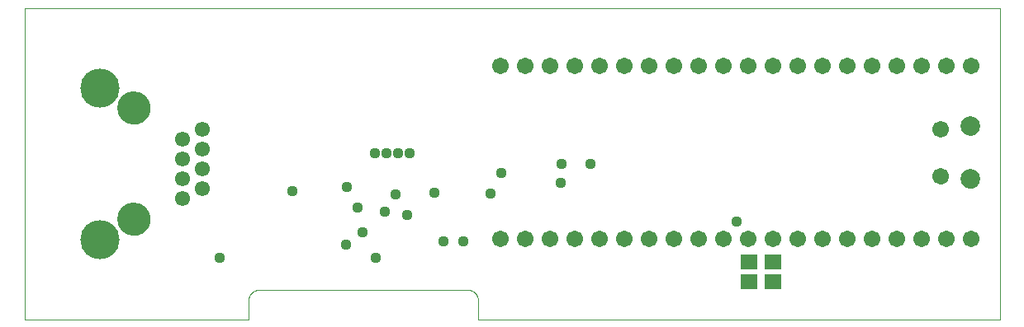
<source format=gbs>
G75*
%MOIN*%
%OFA0B0*%
%FSLAX25Y25*%
%IPPOS*%
%LPD*%
%AMOC8*
5,1,8,0,0,1.08239X$1,22.5*
%
%ADD10C,0.00000*%
%ADD11C,0.13398*%
%ADD12C,0.06737*%
%ADD13C,0.07887*%
%ADD14C,0.06706*%
%ADD15R,0.07099X0.05918*%
%ADD16R,0.04762X0.04762*%
%ADD17C,0.06115*%
%ADD18C,0.15800*%
%ADD19C,0.04369*%
D10*
X0001000Y0002063D02*
X0001000Y0128047D01*
X0394701Y0128047D01*
X0394701Y0002063D01*
X0184071Y0002063D01*
X0184071Y0009937D01*
X0184069Y0010061D01*
X0184063Y0010184D01*
X0184054Y0010308D01*
X0184040Y0010430D01*
X0184023Y0010553D01*
X0184001Y0010675D01*
X0183976Y0010796D01*
X0183947Y0010916D01*
X0183915Y0011035D01*
X0183878Y0011154D01*
X0183838Y0011271D01*
X0183795Y0011386D01*
X0183747Y0011501D01*
X0183696Y0011613D01*
X0183642Y0011724D01*
X0183584Y0011834D01*
X0183523Y0011941D01*
X0183458Y0012047D01*
X0183390Y0012150D01*
X0183319Y0012251D01*
X0183245Y0012350D01*
X0183168Y0012447D01*
X0183087Y0012541D01*
X0183004Y0012632D01*
X0182918Y0012721D01*
X0182829Y0012807D01*
X0182738Y0012890D01*
X0182644Y0012971D01*
X0182547Y0013048D01*
X0182448Y0013122D01*
X0182347Y0013193D01*
X0182244Y0013261D01*
X0182138Y0013326D01*
X0182031Y0013387D01*
X0181921Y0013445D01*
X0181810Y0013499D01*
X0181698Y0013550D01*
X0181583Y0013598D01*
X0181468Y0013641D01*
X0181351Y0013681D01*
X0181232Y0013718D01*
X0181113Y0013750D01*
X0180993Y0013779D01*
X0180872Y0013804D01*
X0180750Y0013826D01*
X0180627Y0013843D01*
X0180505Y0013857D01*
X0180381Y0013866D01*
X0180258Y0013872D01*
X0180134Y0013874D01*
X0095488Y0013874D01*
X0095364Y0013872D01*
X0095241Y0013866D01*
X0095117Y0013857D01*
X0094995Y0013843D01*
X0094872Y0013826D01*
X0094750Y0013804D01*
X0094629Y0013779D01*
X0094509Y0013750D01*
X0094390Y0013718D01*
X0094271Y0013681D01*
X0094154Y0013641D01*
X0094039Y0013598D01*
X0093924Y0013550D01*
X0093812Y0013499D01*
X0093701Y0013445D01*
X0093591Y0013387D01*
X0093484Y0013326D01*
X0093378Y0013261D01*
X0093275Y0013193D01*
X0093174Y0013122D01*
X0093075Y0013048D01*
X0092978Y0012971D01*
X0092884Y0012890D01*
X0092793Y0012807D01*
X0092704Y0012721D01*
X0092618Y0012632D01*
X0092535Y0012541D01*
X0092454Y0012447D01*
X0092377Y0012350D01*
X0092303Y0012251D01*
X0092232Y0012150D01*
X0092164Y0012047D01*
X0092099Y0011941D01*
X0092038Y0011834D01*
X0091980Y0011724D01*
X0091926Y0011613D01*
X0091875Y0011501D01*
X0091827Y0011386D01*
X0091784Y0011271D01*
X0091744Y0011154D01*
X0091707Y0011035D01*
X0091675Y0010916D01*
X0091646Y0010796D01*
X0091621Y0010675D01*
X0091599Y0010553D01*
X0091582Y0010430D01*
X0091568Y0010308D01*
X0091559Y0010184D01*
X0091553Y0010061D01*
X0091551Y0009937D01*
X0091551Y0002063D01*
X0001000Y0002063D01*
X0038934Y0042512D02*
X0038936Y0042670D01*
X0038942Y0042828D01*
X0038952Y0042986D01*
X0038966Y0043144D01*
X0038984Y0043301D01*
X0039005Y0043458D01*
X0039031Y0043614D01*
X0039061Y0043770D01*
X0039094Y0043925D01*
X0039132Y0044078D01*
X0039173Y0044231D01*
X0039218Y0044383D01*
X0039267Y0044534D01*
X0039320Y0044683D01*
X0039376Y0044831D01*
X0039436Y0044977D01*
X0039500Y0045122D01*
X0039568Y0045265D01*
X0039639Y0045407D01*
X0039713Y0045547D01*
X0039791Y0045684D01*
X0039873Y0045820D01*
X0039957Y0045954D01*
X0040046Y0046085D01*
X0040137Y0046214D01*
X0040232Y0046341D01*
X0040329Y0046466D01*
X0040430Y0046588D01*
X0040534Y0046707D01*
X0040641Y0046824D01*
X0040751Y0046938D01*
X0040864Y0047049D01*
X0040979Y0047158D01*
X0041097Y0047263D01*
X0041218Y0047365D01*
X0041341Y0047465D01*
X0041467Y0047561D01*
X0041595Y0047654D01*
X0041725Y0047744D01*
X0041858Y0047830D01*
X0041993Y0047914D01*
X0042129Y0047993D01*
X0042268Y0048070D01*
X0042409Y0048142D01*
X0042551Y0048212D01*
X0042695Y0048277D01*
X0042841Y0048339D01*
X0042988Y0048397D01*
X0043137Y0048452D01*
X0043287Y0048503D01*
X0043438Y0048550D01*
X0043590Y0048593D01*
X0043743Y0048632D01*
X0043898Y0048668D01*
X0044053Y0048699D01*
X0044209Y0048727D01*
X0044365Y0048751D01*
X0044522Y0048771D01*
X0044680Y0048787D01*
X0044837Y0048799D01*
X0044996Y0048807D01*
X0045154Y0048811D01*
X0045312Y0048811D01*
X0045470Y0048807D01*
X0045629Y0048799D01*
X0045786Y0048787D01*
X0045944Y0048771D01*
X0046101Y0048751D01*
X0046257Y0048727D01*
X0046413Y0048699D01*
X0046568Y0048668D01*
X0046723Y0048632D01*
X0046876Y0048593D01*
X0047028Y0048550D01*
X0047179Y0048503D01*
X0047329Y0048452D01*
X0047478Y0048397D01*
X0047625Y0048339D01*
X0047771Y0048277D01*
X0047915Y0048212D01*
X0048057Y0048142D01*
X0048198Y0048070D01*
X0048337Y0047993D01*
X0048473Y0047914D01*
X0048608Y0047830D01*
X0048741Y0047744D01*
X0048871Y0047654D01*
X0048999Y0047561D01*
X0049125Y0047465D01*
X0049248Y0047365D01*
X0049369Y0047263D01*
X0049487Y0047158D01*
X0049602Y0047049D01*
X0049715Y0046938D01*
X0049825Y0046824D01*
X0049932Y0046707D01*
X0050036Y0046588D01*
X0050137Y0046466D01*
X0050234Y0046341D01*
X0050329Y0046214D01*
X0050420Y0046085D01*
X0050509Y0045954D01*
X0050593Y0045820D01*
X0050675Y0045684D01*
X0050753Y0045547D01*
X0050827Y0045407D01*
X0050898Y0045265D01*
X0050966Y0045122D01*
X0051030Y0044977D01*
X0051090Y0044831D01*
X0051146Y0044683D01*
X0051199Y0044534D01*
X0051248Y0044383D01*
X0051293Y0044231D01*
X0051334Y0044078D01*
X0051372Y0043925D01*
X0051405Y0043770D01*
X0051435Y0043614D01*
X0051461Y0043458D01*
X0051482Y0043301D01*
X0051500Y0043144D01*
X0051514Y0042986D01*
X0051524Y0042828D01*
X0051530Y0042670D01*
X0051532Y0042512D01*
X0051530Y0042354D01*
X0051524Y0042196D01*
X0051514Y0042038D01*
X0051500Y0041880D01*
X0051482Y0041723D01*
X0051461Y0041566D01*
X0051435Y0041410D01*
X0051405Y0041254D01*
X0051372Y0041099D01*
X0051334Y0040946D01*
X0051293Y0040793D01*
X0051248Y0040641D01*
X0051199Y0040490D01*
X0051146Y0040341D01*
X0051090Y0040193D01*
X0051030Y0040047D01*
X0050966Y0039902D01*
X0050898Y0039759D01*
X0050827Y0039617D01*
X0050753Y0039477D01*
X0050675Y0039340D01*
X0050593Y0039204D01*
X0050509Y0039070D01*
X0050420Y0038939D01*
X0050329Y0038810D01*
X0050234Y0038683D01*
X0050137Y0038558D01*
X0050036Y0038436D01*
X0049932Y0038317D01*
X0049825Y0038200D01*
X0049715Y0038086D01*
X0049602Y0037975D01*
X0049487Y0037866D01*
X0049369Y0037761D01*
X0049248Y0037659D01*
X0049125Y0037559D01*
X0048999Y0037463D01*
X0048871Y0037370D01*
X0048741Y0037280D01*
X0048608Y0037194D01*
X0048473Y0037110D01*
X0048337Y0037031D01*
X0048198Y0036954D01*
X0048057Y0036882D01*
X0047915Y0036812D01*
X0047771Y0036747D01*
X0047625Y0036685D01*
X0047478Y0036627D01*
X0047329Y0036572D01*
X0047179Y0036521D01*
X0047028Y0036474D01*
X0046876Y0036431D01*
X0046723Y0036392D01*
X0046568Y0036356D01*
X0046413Y0036325D01*
X0046257Y0036297D01*
X0046101Y0036273D01*
X0045944Y0036253D01*
X0045786Y0036237D01*
X0045629Y0036225D01*
X0045470Y0036217D01*
X0045312Y0036213D01*
X0045154Y0036213D01*
X0044996Y0036217D01*
X0044837Y0036225D01*
X0044680Y0036237D01*
X0044522Y0036253D01*
X0044365Y0036273D01*
X0044209Y0036297D01*
X0044053Y0036325D01*
X0043898Y0036356D01*
X0043743Y0036392D01*
X0043590Y0036431D01*
X0043438Y0036474D01*
X0043287Y0036521D01*
X0043137Y0036572D01*
X0042988Y0036627D01*
X0042841Y0036685D01*
X0042695Y0036747D01*
X0042551Y0036812D01*
X0042409Y0036882D01*
X0042268Y0036954D01*
X0042129Y0037031D01*
X0041993Y0037110D01*
X0041858Y0037194D01*
X0041725Y0037280D01*
X0041595Y0037370D01*
X0041467Y0037463D01*
X0041341Y0037559D01*
X0041218Y0037659D01*
X0041097Y0037761D01*
X0040979Y0037866D01*
X0040864Y0037975D01*
X0040751Y0038086D01*
X0040641Y0038200D01*
X0040534Y0038317D01*
X0040430Y0038436D01*
X0040329Y0038558D01*
X0040232Y0038683D01*
X0040137Y0038810D01*
X0040046Y0038939D01*
X0039957Y0039070D01*
X0039873Y0039204D01*
X0039791Y0039340D01*
X0039713Y0039477D01*
X0039639Y0039617D01*
X0039568Y0039759D01*
X0039500Y0039902D01*
X0039436Y0040047D01*
X0039376Y0040193D01*
X0039320Y0040341D01*
X0039267Y0040490D01*
X0039218Y0040641D01*
X0039173Y0040793D01*
X0039132Y0040946D01*
X0039094Y0041099D01*
X0039061Y0041254D01*
X0039031Y0041410D01*
X0039005Y0041566D01*
X0038984Y0041723D01*
X0038966Y0041880D01*
X0038952Y0042038D01*
X0038942Y0042196D01*
X0038936Y0042354D01*
X0038934Y0042512D01*
X0038934Y0087512D02*
X0038936Y0087670D01*
X0038942Y0087828D01*
X0038952Y0087986D01*
X0038966Y0088144D01*
X0038984Y0088301D01*
X0039005Y0088458D01*
X0039031Y0088614D01*
X0039061Y0088770D01*
X0039094Y0088925D01*
X0039132Y0089078D01*
X0039173Y0089231D01*
X0039218Y0089383D01*
X0039267Y0089534D01*
X0039320Y0089683D01*
X0039376Y0089831D01*
X0039436Y0089977D01*
X0039500Y0090122D01*
X0039568Y0090265D01*
X0039639Y0090407D01*
X0039713Y0090547D01*
X0039791Y0090684D01*
X0039873Y0090820D01*
X0039957Y0090954D01*
X0040046Y0091085D01*
X0040137Y0091214D01*
X0040232Y0091341D01*
X0040329Y0091466D01*
X0040430Y0091588D01*
X0040534Y0091707D01*
X0040641Y0091824D01*
X0040751Y0091938D01*
X0040864Y0092049D01*
X0040979Y0092158D01*
X0041097Y0092263D01*
X0041218Y0092365D01*
X0041341Y0092465D01*
X0041467Y0092561D01*
X0041595Y0092654D01*
X0041725Y0092744D01*
X0041858Y0092830D01*
X0041993Y0092914D01*
X0042129Y0092993D01*
X0042268Y0093070D01*
X0042409Y0093142D01*
X0042551Y0093212D01*
X0042695Y0093277D01*
X0042841Y0093339D01*
X0042988Y0093397D01*
X0043137Y0093452D01*
X0043287Y0093503D01*
X0043438Y0093550D01*
X0043590Y0093593D01*
X0043743Y0093632D01*
X0043898Y0093668D01*
X0044053Y0093699D01*
X0044209Y0093727D01*
X0044365Y0093751D01*
X0044522Y0093771D01*
X0044680Y0093787D01*
X0044837Y0093799D01*
X0044996Y0093807D01*
X0045154Y0093811D01*
X0045312Y0093811D01*
X0045470Y0093807D01*
X0045629Y0093799D01*
X0045786Y0093787D01*
X0045944Y0093771D01*
X0046101Y0093751D01*
X0046257Y0093727D01*
X0046413Y0093699D01*
X0046568Y0093668D01*
X0046723Y0093632D01*
X0046876Y0093593D01*
X0047028Y0093550D01*
X0047179Y0093503D01*
X0047329Y0093452D01*
X0047478Y0093397D01*
X0047625Y0093339D01*
X0047771Y0093277D01*
X0047915Y0093212D01*
X0048057Y0093142D01*
X0048198Y0093070D01*
X0048337Y0092993D01*
X0048473Y0092914D01*
X0048608Y0092830D01*
X0048741Y0092744D01*
X0048871Y0092654D01*
X0048999Y0092561D01*
X0049125Y0092465D01*
X0049248Y0092365D01*
X0049369Y0092263D01*
X0049487Y0092158D01*
X0049602Y0092049D01*
X0049715Y0091938D01*
X0049825Y0091824D01*
X0049932Y0091707D01*
X0050036Y0091588D01*
X0050137Y0091466D01*
X0050234Y0091341D01*
X0050329Y0091214D01*
X0050420Y0091085D01*
X0050509Y0090954D01*
X0050593Y0090820D01*
X0050675Y0090684D01*
X0050753Y0090547D01*
X0050827Y0090407D01*
X0050898Y0090265D01*
X0050966Y0090122D01*
X0051030Y0089977D01*
X0051090Y0089831D01*
X0051146Y0089683D01*
X0051199Y0089534D01*
X0051248Y0089383D01*
X0051293Y0089231D01*
X0051334Y0089078D01*
X0051372Y0088925D01*
X0051405Y0088770D01*
X0051435Y0088614D01*
X0051461Y0088458D01*
X0051482Y0088301D01*
X0051500Y0088144D01*
X0051514Y0087986D01*
X0051524Y0087828D01*
X0051530Y0087670D01*
X0051532Y0087512D01*
X0051530Y0087354D01*
X0051524Y0087196D01*
X0051514Y0087038D01*
X0051500Y0086880D01*
X0051482Y0086723D01*
X0051461Y0086566D01*
X0051435Y0086410D01*
X0051405Y0086254D01*
X0051372Y0086099D01*
X0051334Y0085946D01*
X0051293Y0085793D01*
X0051248Y0085641D01*
X0051199Y0085490D01*
X0051146Y0085341D01*
X0051090Y0085193D01*
X0051030Y0085047D01*
X0050966Y0084902D01*
X0050898Y0084759D01*
X0050827Y0084617D01*
X0050753Y0084477D01*
X0050675Y0084340D01*
X0050593Y0084204D01*
X0050509Y0084070D01*
X0050420Y0083939D01*
X0050329Y0083810D01*
X0050234Y0083683D01*
X0050137Y0083558D01*
X0050036Y0083436D01*
X0049932Y0083317D01*
X0049825Y0083200D01*
X0049715Y0083086D01*
X0049602Y0082975D01*
X0049487Y0082866D01*
X0049369Y0082761D01*
X0049248Y0082659D01*
X0049125Y0082559D01*
X0048999Y0082463D01*
X0048871Y0082370D01*
X0048741Y0082280D01*
X0048608Y0082194D01*
X0048473Y0082110D01*
X0048337Y0082031D01*
X0048198Y0081954D01*
X0048057Y0081882D01*
X0047915Y0081812D01*
X0047771Y0081747D01*
X0047625Y0081685D01*
X0047478Y0081627D01*
X0047329Y0081572D01*
X0047179Y0081521D01*
X0047028Y0081474D01*
X0046876Y0081431D01*
X0046723Y0081392D01*
X0046568Y0081356D01*
X0046413Y0081325D01*
X0046257Y0081297D01*
X0046101Y0081273D01*
X0045944Y0081253D01*
X0045786Y0081237D01*
X0045629Y0081225D01*
X0045470Y0081217D01*
X0045312Y0081213D01*
X0045154Y0081213D01*
X0044996Y0081217D01*
X0044837Y0081225D01*
X0044680Y0081237D01*
X0044522Y0081253D01*
X0044365Y0081273D01*
X0044209Y0081297D01*
X0044053Y0081325D01*
X0043898Y0081356D01*
X0043743Y0081392D01*
X0043590Y0081431D01*
X0043438Y0081474D01*
X0043287Y0081521D01*
X0043137Y0081572D01*
X0042988Y0081627D01*
X0042841Y0081685D01*
X0042695Y0081747D01*
X0042551Y0081812D01*
X0042409Y0081882D01*
X0042268Y0081954D01*
X0042129Y0082031D01*
X0041993Y0082110D01*
X0041858Y0082194D01*
X0041725Y0082280D01*
X0041595Y0082370D01*
X0041467Y0082463D01*
X0041341Y0082559D01*
X0041218Y0082659D01*
X0041097Y0082761D01*
X0040979Y0082866D01*
X0040864Y0082975D01*
X0040751Y0083086D01*
X0040641Y0083200D01*
X0040534Y0083317D01*
X0040430Y0083436D01*
X0040329Y0083558D01*
X0040232Y0083683D01*
X0040137Y0083810D01*
X0040046Y0083939D01*
X0039957Y0084070D01*
X0039873Y0084204D01*
X0039791Y0084340D01*
X0039713Y0084477D01*
X0039639Y0084617D01*
X0039568Y0084759D01*
X0039500Y0084902D01*
X0039436Y0085047D01*
X0039376Y0085193D01*
X0039320Y0085341D01*
X0039267Y0085490D01*
X0039218Y0085641D01*
X0039173Y0085793D01*
X0039132Y0085946D01*
X0039094Y0086099D01*
X0039061Y0086254D01*
X0039031Y0086410D01*
X0039005Y0086566D01*
X0038984Y0086723D01*
X0038966Y0086880D01*
X0038952Y0087038D01*
X0038942Y0087196D01*
X0038936Y0087354D01*
X0038934Y0087512D01*
X0367890Y0079051D02*
X0367892Y0079159D01*
X0367898Y0079268D01*
X0367908Y0079376D01*
X0367922Y0079483D01*
X0367940Y0079590D01*
X0367961Y0079697D01*
X0367987Y0079802D01*
X0368017Y0079907D01*
X0368050Y0080010D01*
X0368087Y0080112D01*
X0368128Y0080212D01*
X0368172Y0080311D01*
X0368221Y0080409D01*
X0368272Y0080504D01*
X0368327Y0080597D01*
X0368386Y0080689D01*
X0368448Y0080778D01*
X0368513Y0080865D01*
X0368581Y0080949D01*
X0368652Y0081031D01*
X0368726Y0081110D01*
X0368803Y0081186D01*
X0368883Y0081260D01*
X0368966Y0081330D01*
X0369051Y0081398D01*
X0369138Y0081462D01*
X0369228Y0081523D01*
X0369320Y0081581D01*
X0369414Y0081635D01*
X0369510Y0081686D01*
X0369607Y0081733D01*
X0369707Y0081777D01*
X0369808Y0081817D01*
X0369910Y0081853D01*
X0370013Y0081885D01*
X0370118Y0081914D01*
X0370224Y0081938D01*
X0370330Y0081959D01*
X0370437Y0081976D01*
X0370545Y0081989D01*
X0370653Y0081998D01*
X0370762Y0082003D01*
X0370870Y0082004D01*
X0370979Y0082001D01*
X0371087Y0081994D01*
X0371195Y0081983D01*
X0371302Y0081968D01*
X0371409Y0081949D01*
X0371515Y0081926D01*
X0371620Y0081900D01*
X0371725Y0081869D01*
X0371827Y0081835D01*
X0371929Y0081797D01*
X0372029Y0081755D01*
X0372128Y0081710D01*
X0372225Y0081661D01*
X0372319Y0081608D01*
X0372412Y0081552D01*
X0372503Y0081493D01*
X0372592Y0081430D01*
X0372678Y0081365D01*
X0372762Y0081296D01*
X0372843Y0081224D01*
X0372921Y0081149D01*
X0372997Y0081071D01*
X0373070Y0080990D01*
X0373140Y0080907D01*
X0373206Y0080822D01*
X0373270Y0080734D01*
X0373330Y0080643D01*
X0373387Y0080551D01*
X0373440Y0080456D01*
X0373490Y0080360D01*
X0373536Y0080262D01*
X0373579Y0080162D01*
X0373618Y0080061D01*
X0373653Y0079958D01*
X0373685Y0079855D01*
X0373712Y0079750D01*
X0373736Y0079644D01*
X0373756Y0079537D01*
X0373772Y0079430D01*
X0373784Y0079322D01*
X0373792Y0079214D01*
X0373796Y0079105D01*
X0373796Y0078997D01*
X0373792Y0078888D01*
X0373784Y0078780D01*
X0373772Y0078672D01*
X0373756Y0078565D01*
X0373736Y0078458D01*
X0373712Y0078352D01*
X0373685Y0078247D01*
X0373653Y0078144D01*
X0373618Y0078041D01*
X0373579Y0077940D01*
X0373536Y0077840D01*
X0373490Y0077742D01*
X0373440Y0077646D01*
X0373387Y0077551D01*
X0373330Y0077459D01*
X0373270Y0077368D01*
X0373206Y0077280D01*
X0373140Y0077195D01*
X0373070Y0077112D01*
X0372997Y0077031D01*
X0372921Y0076953D01*
X0372843Y0076878D01*
X0372762Y0076806D01*
X0372678Y0076737D01*
X0372592Y0076672D01*
X0372503Y0076609D01*
X0372412Y0076550D01*
X0372320Y0076494D01*
X0372225Y0076441D01*
X0372128Y0076392D01*
X0372029Y0076347D01*
X0371929Y0076305D01*
X0371827Y0076267D01*
X0371725Y0076233D01*
X0371620Y0076202D01*
X0371515Y0076176D01*
X0371409Y0076153D01*
X0371302Y0076134D01*
X0371195Y0076119D01*
X0371087Y0076108D01*
X0370979Y0076101D01*
X0370870Y0076098D01*
X0370762Y0076099D01*
X0370653Y0076104D01*
X0370545Y0076113D01*
X0370437Y0076126D01*
X0370330Y0076143D01*
X0370224Y0076164D01*
X0370118Y0076188D01*
X0370013Y0076217D01*
X0369910Y0076249D01*
X0369808Y0076285D01*
X0369707Y0076325D01*
X0369607Y0076369D01*
X0369510Y0076416D01*
X0369414Y0076467D01*
X0369320Y0076521D01*
X0369228Y0076579D01*
X0369138Y0076640D01*
X0369051Y0076704D01*
X0368966Y0076772D01*
X0368883Y0076842D01*
X0368803Y0076916D01*
X0368726Y0076992D01*
X0368652Y0077071D01*
X0368581Y0077153D01*
X0368513Y0077237D01*
X0368448Y0077324D01*
X0368386Y0077413D01*
X0368327Y0077505D01*
X0368272Y0077598D01*
X0368221Y0077693D01*
X0368172Y0077791D01*
X0368128Y0077890D01*
X0368087Y0077990D01*
X0368050Y0078092D01*
X0368017Y0078195D01*
X0367987Y0078300D01*
X0367961Y0078405D01*
X0367940Y0078512D01*
X0367922Y0078619D01*
X0367908Y0078726D01*
X0367898Y0078834D01*
X0367892Y0078943D01*
X0367890Y0079051D01*
X0379229Y0080232D02*
X0379231Y0080350D01*
X0379237Y0080469D01*
X0379247Y0080587D01*
X0379261Y0080704D01*
X0379278Y0080821D01*
X0379300Y0080938D01*
X0379326Y0081053D01*
X0379355Y0081168D01*
X0379388Y0081282D01*
X0379425Y0081394D01*
X0379466Y0081505D01*
X0379510Y0081615D01*
X0379558Y0081723D01*
X0379610Y0081830D01*
X0379665Y0081935D01*
X0379724Y0082038D01*
X0379786Y0082138D01*
X0379851Y0082237D01*
X0379920Y0082334D01*
X0379991Y0082428D01*
X0380066Y0082519D01*
X0380144Y0082609D01*
X0380225Y0082695D01*
X0380309Y0082779D01*
X0380395Y0082860D01*
X0380485Y0082938D01*
X0380576Y0083013D01*
X0380670Y0083084D01*
X0380767Y0083153D01*
X0380866Y0083218D01*
X0380966Y0083280D01*
X0381069Y0083339D01*
X0381174Y0083394D01*
X0381281Y0083446D01*
X0381389Y0083494D01*
X0381499Y0083538D01*
X0381610Y0083579D01*
X0381722Y0083616D01*
X0381836Y0083649D01*
X0381951Y0083678D01*
X0382066Y0083704D01*
X0382183Y0083726D01*
X0382300Y0083743D01*
X0382417Y0083757D01*
X0382535Y0083767D01*
X0382654Y0083773D01*
X0382772Y0083775D01*
X0382890Y0083773D01*
X0383009Y0083767D01*
X0383127Y0083757D01*
X0383244Y0083743D01*
X0383361Y0083726D01*
X0383478Y0083704D01*
X0383593Y0083678D01*
X0383708Y0083649D01*
X0383822Y0083616D01*
X0383934Y0083579D01*
X0384045Y0083538D01*
X0384155Y0083494D01*
X0384263Y0083446D01*
X0384370Y0083394D01*
X0384475Y0083339D01*
X0384578Y0083280D01*
X0384678Y0083218D01*
X0384777Y0083153D01*
X0384874Y0083084D01*
X0384968Y0083013D01*
X0385059Y0082938D01*
X0385149Y0082860D01*
X0385235Y0082779D01*
X0385319Y0082695D01*
X0385400Y0082609D01*
X0385478Y0082519D01*
X0385553Y0082428D01*
X0385624Y0082334D01*
X0385693Y0082237D01*
X0385758Y0082138D01*
X0385820Y0082038D01*
X0385879Y0081935D01*
X0385934Y0081830D01*
X0385986Y0081723D01*
X0386034Y0081615D01*
X0386078Y0081505D01*
X0386119Y0081394D01*
X0386156Y0081282D01*
X0386189Y0081168D01*
X0386218Y0081053D01*
X0386244Y0080938D01*
X0386266Y0080821D01*
X0386283Y0080704D01*
X0386297Y0080587D01*
X0386307Y0080469D01*
X0386313Y0080350D01*
X0386315Y0080232D01*
X0386313Y0080114D01*
X0386307Y0079995D01*
X0386297Y0079877D01*
X0386283Y0079760D01*
X0386266Y0079643D01*
X0386244Y0079526D01*
X0386218Y0079411D01*
X0386189Y0079296D01*
X0386156Y0079182D01*
X0386119Y0079070D01*
X0386078Y0078959D01*
X0386034Y0078849D01*
X0385986Y0078741D01*
X0385934Y0078634D01*
X0385879Y0078529D01*
X0385820Y0078426D01*
X0385758Y0078326D01*
X0385693Y0078227D01*
X0385624Y0078130D01*
X0385553Y0078036D01*
X0385478Y0077945D01*
X0385400Y0077855D01*
X0385319Y0077769D01*
X0385235Y0077685D01*
X0385149Y0077604D01*
X0385059Y0077526D01*
X0384968Y0077451D01*
X0384874Y0077380D01*
X0384777Y0077311D01*
X0384678Y0077246D01*
X0384578Y0077184D01*
X0384475Y0077125D01*
X0384370Y0077070D01*
X0384263Y0077018D01*
X0384155Y0076970D01*
X0384045Y0076926D01*
X0383934Y0076885D01*
X0383822Y0076848D01*
X0383708Y0076815D01*
X0383593Y0076786D01*
X0383478Y0076760D01*
X0383361Y0076738D01*
X0383244Y0076721D01*
X0383127Y0076707D01*
X0383009Y0076697D01*
X0382890Y0076691D01*
X0382772Y0076689D01*
X0382654Y0076691D01*
X0382535Y0076697D01*
X0382417Y0076707D01*
X0382300Y0076721D01*
X0382183Y0076738D01*
X0382066Y0076760D01*
X0381951Y0076786D01*
X0381836Y0076815D01*
X0381722Y0076848D01*
X0381610Y0076885D01*
X0381499Y0076926D01*
X0381389Y0076970D01*
X0381281Y0077018D01*
X0381174Y0077070D01*
X0381069Y0077125D01*
X0380966Y0077184D01*
X0380866Y0077246D01*
X0380767Y0077311D01*
X0380670Y0077380D01*
X0380576Y0077451D01*
X0380485Y0077526D01*
X0380395Y0077604D01*
X0380309Y0077685D01*
X0380225Y0077769D01*
X0380144Y0077855D01*
X0380066Y0077945D01*
X0379991Y0078036D01*
X0379920Y0078130D01*
X0379851Y0078227D01*
X0379786Y0078326D01*
X0379724Y0078426D01*
X0379665Y0078529D01*
X0379610Y0078634D01*
X0379558Y0078741D01*
X0379510Y0078849D01*
X0379466Y0078959D01*
X0379425Y0079070D01*
X0379388Y0079182D01*
X0379355Y0079296D01*
X0379326Y0079411D01*
X0379300Y0079526D01*
X0379278Y0079643D01*
X0379261Y0079760D01*
X0379247Y0079877D01*
X0379237Y0079995D01*
X0379231Y0080114D01*
X0379229Y0080232D01*
X0367890Y0059957D02*
X0367892Y0060065D01*
X0367898Y0060174D01*
X0367908Y0060282D01*
X0367922Y0060389D01*
X0367940Y0060496D01*
X0367961Y0060603D01*
X0367987Y0060708D01*
X0368017Y0060813D01*
X0368050Y0060916D01*
X0368087Y0061018D01*
X0368128Y0061118D01*
X0368172Y0061217D01*
X0368221Y0061315D01*
X0368272Y0061410D01*
X0368327Y0061503D01*
X0368386Y0061595D01*
X0368448Y0061684D01*
X0368513Y0061771D01*
X0368581Y0061855D01*
X0368652Y0061937D01*
X0368726Y0062016D01*
X0368803Y0062092D01*
X0368883Y0062166D01*
X0368966Y0062236D01*
X0369051Y0062304D01*
X0369138Y0062368D01*
X0369228Y0062429D01*
X0369320Y0062487D01*
X0369414Y0062541D01*
X0369510Y0062592D01*
X0369607Y0062639D01*
X0369707Y0062683D01*
X0369808Y0062723D01*
X0369910Y0062759D01*
X0370013Y0062791D01*
X0370118Y0062820D01*
X0370224Y0062844D01*
X0370330Y0062865D01*
X0370437Y0062882D01*
X0370545Y0062895D01*
X0370653Y0062904D01*
X0370762Y0062909D01*
X0370870Y0062910D01*
X0370979Y0062907D01*
X0371087Y0062900D01*
X0371195Y0062889D01*
X0371302Y0062874D01*
X0371409Y0062855D01*
X0371515Y0062832D01*
X0371620Y0062806D01*
X0371725Y0062775D01*
X0371827Y0062741D01*
X0371929Y0062703D01*
X0372029Y0062661D01*
X0372128Y0062616D01*
X0372225Y0062567D01*
X0372319Y0062514D01*
X0372412Y0062458D01*
X0372503Y0062399D01*
X0372592Y0062336D01*
X0372678Y0062271D01*
X0372762Y0062202D01*
X0372843Y0062130D01*
X0372921Y0062055D01*
X0372997Y0061977D01*
X0373070Y0061896D01*
X0373140Y0061813D01*
X0373206Y0061728D01*
X0373270Y0061640D01*
X0373330Y0061549D01*
X0373387Y0061457D01*
X0373440Y0061362D01*
X0373490Y0061266D01*
X0373536Y0061168D01*
X0373579Y0061068D01*
X0373618Y0060967D01*
X0373653Y0060864D01*
X0373685Y0060761D01*
X0373712Y0060656D01*
X0373736Y0060550D01*
X0373756Y0060443D01*
X0373772Y0060336D01*
X0373784Y0060228D01*
X0373792Y0060120D01*
X0373796Y0060011D01*
X0373796Y0059903D01*
X0373792Y0059794D01*
X0373784Y0059686D01*
X0373772Y0059578D01*
X0373756Y0059471D01*
X0373736Y0059364D01*
X0373712Y0059258D01*
X0373685Y0059153D01*
X0373653Y0059050D01*
X0373618Y0058947D01*
X0373579Y0058846D01*
X0373536Y0058746D01*
X0373490Y0058648D01*
X0373440Y0058552D01*
X0373387Y0058457D01*
X0373330Y0058365D01*
X0373270Y0058274D01*
X0373206Y0058186D01*
X0373140Y0058101D01*
X0373070Y0058018D01*
X0372997Y0057937D01*
X0372921Y0057859D01*
X0372843Y0057784D01*
X0372762Y0057712D01*
X0372678Y0057643D01*
X0372592Y0057578D01*
X0372503Y0057515D01*
X0372412Y0057456D01*
X0372320Y0057400D01*
X0372225Y0057347D01*
X0372128Y0057298D01*
X0372029Y0057253D01*
X0371929Y0057211D01*
X0371827Y0057173D01*
X0371725Y0057139D01*
X0371620Y0057108D01*
X0371515Y0057082D01*
X0371409Y0057059D01*
X0371302Y0057040D01*
X0371195Y0057025D01*
X0371087Y0057014D01*
X0370979Y0057007D01*
X0370870Y0057004D01*
X0370762Y0057005D01*
X0370653Y0057010D01*
X0370545Y0057019D01*
X0370437Y0057032D01*
X0370330Y0057049D01*
X0370224Y0057070D01*
X0370118Y0057094D01*
X0370013Y0057123D01*
X0369910Y0057155D01*
X0369808Y0057191D01*
X0369707Y0057231D01*
X0369607Y0057275D01*
X0369510Y0057322D01*
X0369414Y0057373D01*
X0369320Y0057427D01*
X0369228Y0057485D01*
X0369138Y0057546D01*
X0369051Y0057610D01*
X0368966Y0057678D01*
X0368883Y0057748D01*
X0368803Y0057822D01*
X0368726Y0057898D01*
X0368652Y0057977D01*
X0368581Y0058059D01*
X0368513Y0058143D01*
X0368448Y0058230D01*
X0368386Y0058319D01*
X0368327Y0058411D01*
X0368272Y0058504D01*
X0368221Y0058599D01*
X0368172Y0058697D01*
X0368128Y0058796D01*
X0368087Y0058896D01*
X0368050Y0058998D01*
X0368017Y0059101D01*
X0367987Y0059206D01*
X0367961Y0059311D01*
X0367940Y0059418D01*
X0367922Y0059525D01*
X0367908Y0059632D01*
X0367898Y0059740D01*
X0367892Y0059849D01*
X0367890Y0059957D01*
X0379229Y0058776D02*
X0379231Y0058894D01*
X0379237Y0059013D01*
X0379247Y0059131D01*
X0379261Y0059248D01*
X0379278Y0059365D01*
X0379300Y0059482D01*
X0379326Y0059597D01*
X0379355Y0059712D01*
X0379388Y0059826D01*
X0379425Y0059938D01*
X0379466Y0060049D01*
X0379510Y0060159D01*
X0379558Y0060267D01*
X0379610Y0060374D01*
X0379665Y0060479D01*
X0379724Y0060582D01*
X0379786Y0060682D01*
X0379851Y0060781D01*
X0379920Y0060878D01*
X0379991Y0060972D01*
X0380066Y0061063D01*
X0380144Y0061153D01*
X0380225Y0061239D01*
X0380309Y0061323D01*
X0380395Y0061404D01*
X0380485Y0061482D01*
X0380576Y0061557D01*
X0380670Y0061628D01*
X0380767Y0061697D01*
X0380866Y0061762D01*
X0380966Y0061824D01*
X0381069Y0061883D01*
X0381174Y0061938D01*
X0381281Y0061990D01*
X0381389Y0062038D01*
X0381499Y0062082D01*
X0381610Y0062123D01*
X0381722Y0062160D01*
X0381836Y0062193D01*
X0381951Y0062222D01*
X0382066Y0062248D01*
X0382183Y0062270D01*
X0382300Y0062287D01*
X0382417Y0062301D01*
X0382535Y0062311D01*
X0382654Y0062317D01*
X0382772Y0062319D01*
X0382890Y0062317D01*
X0383009Y0062311D01*
X0383127Y0062301D01*
X0383244Y0062287D01*
X0383361Y0062270D01*
X0383478Y0062248D01*
X0383593Y0062222D01*
X0383708Y0062193D01*
X0383822Y0062160D01*
X0383934Y0062123D01*
X0384045Y0062082D01*
X0384155Y0062038D01*
X0384263Y0061990D01*
X0384370Y0061938D01*
X0384475Y0061883D01*
X0384578Y0061824D01*
X0384678Y0061762D01*
X0384777Y0061697D01*
X0384874Y0061628D01*
X0384968Y0061557D01*
X0385059Y0061482D01*
X0385149Y0061404D01*
X0385235Y0061323D01*
X0385319Y0061239D01*
X0385400Y0061153D01*
X0385478Y0061063D01*
X0385553Y0060972D01*
X0385624Y0060878D01*
X0385693Y0060781D01*
X0385758Y0060682D01*
X0385820Y0060582D01*
X0385879Y0060479D01*
X0385934Y0060374D01*
X0385986Y0060267D01*
X0386034Y0060159D01*
X0386078Y0060049D01*
X0386119Y0059938D01*
X0386156Y0059826D01*
X0386189Y0059712D01*
X0386218Y0059597D01*
X0386244Y0059482D01*
X0386266Y0059365D01*
X0386283Y0059248D01*
X0386297Y0059131D01*
X0386307Y0059013D01*
X0386313Y0058894D01*
X0386315Y0058776D01*
X0386313Y0058658D01*
X0386307Y0058539D01*
X0386297Y0058421D01*
X0386283Y0058304D01*
X0386266Y0058187D01*
X0386244Y0058070D01*
X0386218Y0057955D01*
X0386189Y0057840D01*
X0386156Y0057726D01*
X0386119Y0057614D01*
X0386078Y0057503D01*
X0386034Y0057393D01*
X0385986Y0057285D01*
X0385934Y0057178D01*
X0385879Y0057073D01*
X0385820Y0056970D01*
X0385758Y0056870D01*
X0385693Y0056771D01*
X0385624Y0056674D01*
X0385553Y0056580D01*
X0385478Y0056489D01*
X0385400Y0056399D01*
X0385319Y0056313D01*
X0385235Y0056229D01*
X0385149Y0056148D01*
X0385059Y0056070D01*
X0384968Y0055995D01*
X0384874Y0055924D01*
X0384777Y0055855D01*
X0384678Y0055790D01*
X0384578Y0055728D01*
X0384475Y0055669D01*
X0384370Y0055614D01*
X0384263Y0055562D01*
X0384155Y0055514D01*
X0384045Y0055470D01*
X0383934Y0055429D01*
X0383822Y0055392D01*
X0383708Y0055359D01*
X0383593Y0055330D01*
X0383478Y0055304D01*
X0383361Y0055282D01*
X0383244Y0055265D01*
X0383127Y0055251D01*
X0383009Y0055241D01*
X0382890Y0055235D01*
X0382772Y0055233D01*
X0382654Y0055235D01*
X0382535Y0055241D01*
X0382417Y0055251D01*
X0382300Y0055265D01*
X0382183Y0055282D01*
X0382066Y0055304D01*
X0381951Y0055330D01*
X0381836Y0055359D01*
X0381722Y0055392D01*
X0381610Y0055429D01*
X0381499Y0055470D01*
X0381389Y0055514D01*
X0381281Y0055562D01*
X0381174Y0055614D01*
X0381069Y0055669D01*
X0380966Y0055728D01*
X0380866Y0055790D01*
X0380767Y0055855D01*
X0380670Y0055924D01*
X0380576Y0055995D01*
X0380485Y0056070D01*
X0380395Y0056148D01*
X0380309Y0056229D01*
X0380225Y0056313D01*
X0380144Y0056399D01*
X0380066Y0056489D01*
X0379991Y0056580D01*
X0379920Y0056674D01*
X0379851Y0056771D01*
X0379786Y0056870D01*
X0379724Y0056970D01*
X0379665Y0057073D01*
X0379610Y0057178D01*
X0379558Y0057285D01*
X0379510Y0057393D01*
X0379466Y0057503D01*
X0379425Y0057614D01*
X0379388Y0057726D01*
X0379355Y0057840D01*
X0379326Y0057955D01*
X0379300Y0058070D01*
X0379278Y0058187D01*
X0379261Y0058304D01*
X0379247Y0058421D01*
X0379237Y0058539D01*
X0379231Y0058658D01*
X0379229Y0058776D01*
D11*
X0045233Y0042512D03*
X0045233Y0087512D03*
D12*
X0193283Y0104504D03*
X0203283Y0104504D03*
X0213283Y0104504D03*
X0223283Y0104504D03*
X0233283Y0104504D03*
X0243283Y0104504D03*
X0253283Y0104504D03*
X0263283Y0104504D03*
X0273283Y0104504D03*
X0283283Y0104504D03*
X0293283Y0104504D03*
X0303283Y0104504D03*
X0313283Y0104504D03*
X0323283Y0104504D03*
X0333283Y0104504D03*
X0343283Y0104504D03*
X0353283Y0104504D03*
X0363283Y0104504D03*
X0373283Y0104504D03*
X0383283Y0104504D03*
X0383283Y0034504D03*
X0373283Y0034504D03*
X0363283Y0034504D03*
X0353283Y0034504D03*
X0343283Y0034504D03*
X0333283Y0034504D03*
X0323283Y0034504D03*
X0313283Y0034504D03*
X0303283Y0034504D03*
X0293283Y0034504D03*
X0283283Y0034504D03*
X0273283Y0034504D03*
X0263283Y0034504D03*
X0253283Y0034504D03*
X0243283Y0034504D03*
X0233283Y0034504D03*
X0223283Y0034504D03*
X0213283Y0034504D03*
X0203283Y0034504D03*
X0193283Y0034504D03*
D13*
X0382772Y0058776D03*
X0382772Y0080232D03*
D14*
X0370843Y0079051D03*
X0370843Y0059957D03*
D15*
X0303165Y0025094D03*
X0293323Y0025094D03*
X0293323Y0017220D03*
X0303165Y0017220D03*
D16*
X0072850Y0079031D03*
D17*
X0072933Y0079012D03*
X0064933Y0075012D03*
X0072933Y0071012D03*
X0064933Y0067012D03*
X0072933Y0063012D03*
X0064933Y0059012D03*
X0072933Y0055012D03*
X0064933Y0051012D03*
D18*
X0031433Y0034312D03*
X0031433Y0095712D03*
D19*
X0142339Y0069386D03*
X0147063Y0069386D03*
X0151787Y0069386D03*
X0156512Y0069386D03*
X0193323Y0061118D03*
X0189189Y0053047D03*
X0166354Y0053244D03*
X0150803Y0052457D03*
X0135646Y0047339D03*
X0146472Y0045567D03*
X0155528Y0044386D03*
X0137417Y0037102D03*
X0130921Y0032181D03*
X0142732Y0027063D03*
X0170291Y0033559D03*
X0178165Y0033559D03*
X0131118Y0055606D03*
X0109268Y0053835D03*
X0079740Y0026866D03*
X0217535Y0057181D03*
X0217929Y0064858D03*
X0229543Y0065055D03*
X0288402Y0041630D03*
M02*

</source>
